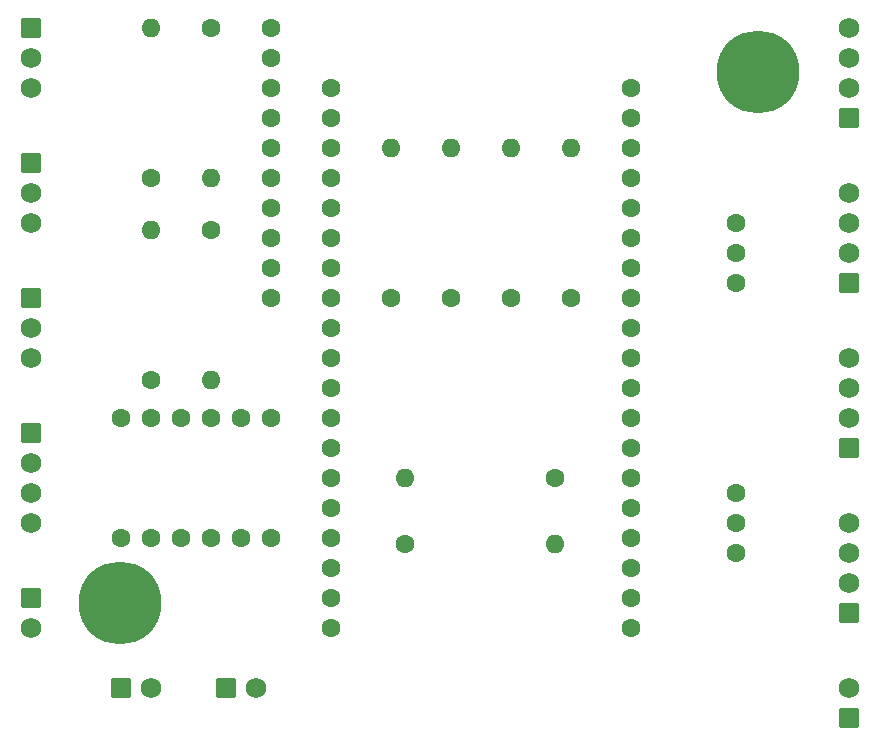
<source format=gbr>
%TF.GenerationSoftware,KiCad,Pcbnew,8.0.1*%
%TF.CreationDate,2024-08-10T06:45:53+02:00*%
%TF.ProjectId,2024-05-23 RC PCB,32303234-2d30-4352-9d32-332052432050,rev?*%
%TF.SameCoordinates,Original*%
%TF.FileFunction,Soldermask,Bot*%
%TF.FilePolarity,Negative*%
%FSLAX46Y46*%
G04 Gerber Fmt 4.6, Leading zero omitted, Abs format (unit mm)*
G04 Created by KiCad (PCBNEW 8.0.1) date 2024-08-10 06:45:53*
%MOMM*%
%LPD*%
G01*
G04 APERTURE LIST*
G04 Aperture macros list*
%AMRoundRect*
0 Rectangle with rounded corners*
0 $1 Rounding radius*
0 $2 $3 $4 $5 $6 $7 $8 $9 X,Y pos of 4 corners*
0 Add a 4 corners polygon primitive as box body*
4,1,4,$2,$3,$4,$5,$6,$7,$8,$9,$2,$3,0*
0 Add four circle primitives for the rounded corners*
1,1,$1+$1,$2,$3*
1,1,$1+$1,$4,$5*
1,1,$1+$1,$6,$7*
1,1,$1+$1,$8,$9*
0 Add four rect primitives between the rounded corners*
20,1,$1+$1,$2,$3,$4,$5,0*
20,1,$1+$1,$4,$5,$6,$7,0*
20,1,$1+$1,$6,$7,$8,$9,0*
20,1,$1+$1,$8,$9,$2,$3,0*%
G04 Aperture macros list end*
%ADD10C,1.600000*%
%ADD11O,1.600000X1.600000*%
%ADD12RoundRect,0.250000X-0.620000X0.620000X-0.620000X-0.620000X0.620000X-0.620000X0.620000X0.620000X0*%
%ADD13C,1.740000*%
%ADD14RoundRect,0.250000X0.620000X-0.620000X0.620000X0.620000X-0.620000X0.620000X-0.620000X-0.620000X0*%
%ADD15C,3.900000*%
%ADD16C,7.000000*%
%ADD17RoundRect,0.250000X-0.620000X-0.620000X0.620000X-0.620000X0.620000X0.620000X-0.620000X0.620000X0*%
G04 APERTURE END LIST*
D10*
%TO.C,R4*%
X116840000Y-52070000D03*
D11*
X116840000Y-39370000D03*
%TD*%
D10*
%TO.C,R10*%
X96521000Y-46355000D03*
D11*
X96521000Y-59055000D03*
%TD*%
D10*
%TO.C,R9*%
X91441000Y-59055000D03*
D11*
X91441000Y-46355000D03*
%TD*%
D12*
%TO.C,J3*%
X81281000Y-52070000D03*
D13*
X81281000Y-54610000D03*
X81281000Y-57150000D03*
%TD*%
D10*
%TO.C,R5*%
X121920000Y-52070000D03*
D11*
X121920000Y-39370000D03*
%TD*%
D10*
%TO.C,R7*%
X112910000Y-72890000D03*
D11*
X125610000Y-72890000D03*
%TD*%
D10*
%TO.C,DC/DC1*%
X140971000Y-73660000D03*
X140971000Y-71120000D03*
X140971000Y-68580000D03*
%TD*%
%TO.C,R6*%
X127000000Y-52070000D03*
D11*
X127000000Y-39370000D03*
%TD*%
D14*
%TO.C,J6*%
X150496000Y-87630000D03*
D13*
X150496000Y-85090000D03*
%TD*%
D14*
%TO.C,J9*%
X150496000Y-78740000D03*
D13*
X150496000Y-76200000D03*
X150496000Y-73660000D03*
X150496000Y-71120000D03*
%TD*%
D10*
%TO.C,R3*%
X111760000Y-52070000D03*
D11*
X111760000Y-39370000D03*
%TD*%
D10*
%TO.C,U1*%
X132080000Y-34290000D03*
X106680000Y-80010000D03*
X132080000Y-80010000D03*
X132080000Y-77470000D03*
X132080000Y-74930000D03*
X132080000Y-72390000D03*
X132080000Y-69850000D03*
X132080000Y-67310000D03*
X132080000Y-64770000D03*
X132080000Y-62230000D03*
X132080000Y-59690000D03*
X132080000Y-57150000D03*
X132080000Y-54610000D03*
X132080000Y-52070000D03*
X132080000Y-49530000D03*
X132080000Y-46990000D03*
X132080000Y-44450000D03*
X132080000Y-41910000D03*
X132080000Y-39370000D03*
X132080000Y-36830000D03*
X106680000Y-34290000D03*
X106680000Y-36830000D03*
X106680000Y-39370000D03*
X106680000Y-41910000D03*
X106680000Y-44450000D03*
X106680000Y-46990000D03*
X106680000Y-49530000D03*
X106680000Y-52070000D03*
X106680000Y-54610000D03*
X106680000Y-57150000D03*
X106680000Y-59690000D03*
X106680000Y-62230000D03*
X106680000Y-67310000D03*
X106680000Y-69850000D03*
X106680000Y-72390000D03*
X106680000Y-74930000D03*
X106680000Y-77470000D03*
X106680000Y-64770000D03*
%TD*%
%TO.C,IC1*%
X101601000Y-41910000D03*
X101601000Y-39370000D03*
X101601000Y-49530000D03*
X101601000Y-36830000D03*
X101601000Y-34290000D03*
X101601000Y-31750000D03*
X101601000Y-29210000D03*
X101601000Y-52070000D03*
X101601000Y-44450000D03*
X101601000Y-46990000D03*
%TD*%
%TO.C,R8*%
X125610000Y-67310707D03*
D11*
X112910000Y-67310707D03*
%TD*%
D14*
%TO.C,J11*%
X150496000Y-50800000D03*
D13*
X150496000Y-48260000D03*
X150496000Y-45720000D03*
X150496000Y-43180000D03*
%TD*%
D14*
%TO.C,J12*%
X150496000Y-36830000D03*
D13*
X150496000Y-34290000D03*
X150496000Y-31750000D03*
X150496000Y-29210000D03*
%TD*%
D10*
%TO.C,U2*%
X101601000Y-62230000D03*
X99061000Y-62230000D03*
X96521000Y-62230000D03*
X93981000Y-62230000D03*
X91441000Y-62230000D03*
X88901000Y-62230000D03*
X88901000Y-72390000D03*
X91441000Y-72390000D03*
X93981000Y-72390000D03*
X96521000Y-72390000D03*
X99061000Y-72390000D03*
X101601000Y-72390000D03*
%TD*%
D12*
%TO.C,J5*%
X81281000Y-29210000D03*
D13*
X81281000Y-31750000D03*
X81281000Y-34290000D03*
%TD*%
D15*
%TO.C,H2*%
X88810000Y-77900000D03*
D16*
X88810000Y-77900000D03*
%TD*%
D17*
%TO.C,J2*%
X88901000Y-85090000D03*
D13*
X91441000Y-85090000D03*
%TD*%
D12*
%TO.C,J8*%
X81281000Y-63500000D03*
D13*
X81281000Y-66040000D03*
X81281000Y-68580000D03*
X81281000Y-71120000D03*
%TD*%
D10*
%TO.C,DC/DC2*%
X140971000Y-50800000D03*
X140971000Y-48260000D03*
X140971000Y-45720000D03*
%TD*%
%TO.C,R2*%
X96521000Y-29210000D03*
D11*
X96521000Y-41910000D03*
%TD*%
D15*
%TO.C,H1*%
X142810000Y-32900000D03*
D16*
X142810000Y-32900000D03*
%TD*%
D17*
%TO.C,J1*%
X97791000Y-85090000D03*
D13*
X100331000Y-85090000D03*
%TD*%
D14*
%TO.C,J10*%
X150496000Y-64770000D03*
D13*
X150496000Y-62230000D03*
X150496000Y-59690000D03*
X150496000Y-57150000D03*
%TD*%
D10*
%TO.C,R1*%
X91441000Y-41910000D03*
D11*
X91441000Y-29210000D03*
%TD*%
D12*
%TO.C,J7*%
X81281000Y-77470000D03*
D13*
X81281000Y-80010000D03*
%TD*%
D12*
%TO.C,J4*%
X81281000Y-40640000D03*
D13*
X81281000Y-43180000D03*
X81281000Y-45720000D03*
%TD*%
M02*

</source>
